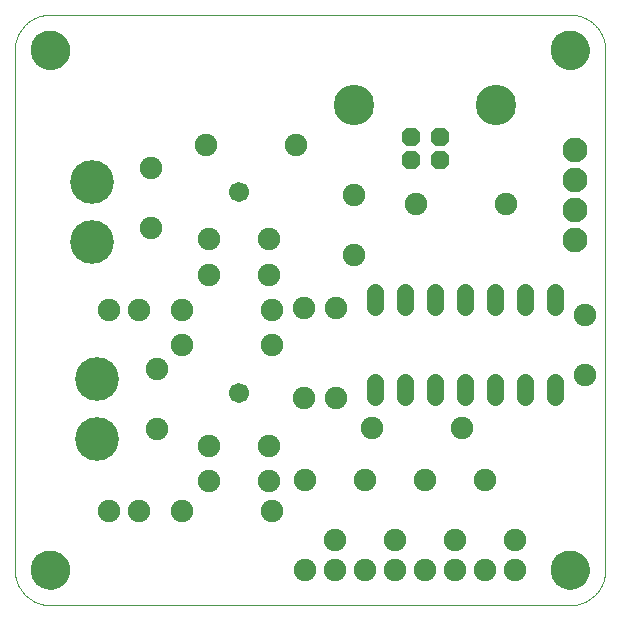
<source format=gbs>
G75*
%MOIN*%
%OFA0B0*%
%FSLAX25Y25*%
%IPPOS*%
%LPD*%
%AMOC8*
5,1,8,0,0,1.08239X$1,22.5*
%
%ADD10C,0.00000*%
%ADD11C,0.12998*%
%ADD12C,0.07487*%
%ADD13C,0.05600*%
%ADD14OC8,0.06140*%
%ADD15C,0.13455*%
%ADD16C,0.08274*%
%ADD17C,0.06699*%
%ADD18C,0.14573*%
D10*
X0015764Y0017535D02*
X0015764Y0190764D01*
X0021276Y0190764D02*
X0021278Y0190922D01*
X0021284Y0191080D01*
X0021294Y0191238D01*
X0021308Y0191396D01*
X0021326Y0191553D01*
X0021347Y0191710D01*
X0021373Y0191866D01*
X0021403Y0192022D01*
X0021436Y0192177D01*
X0021474Y0192330D01*
X0021515Y0192483D01*
X0021560Y0192635D01*
X0021609Y0192786D01*
X0021662Y0192935D01*
X0021718Y0193083D01*
X0021778Y0193229D01*
X0021842Y0193374D01*
X0021910Y0193517D01*
X0021981Y0193659D01*
X0022055Y0193799D01*
X0022133Y0193936D01*
X0022215Y0194072D01*
X0022299Y0194206D01*
X0022388Y0194337D01*
X0022479Y0194466D01*
X0022574Y0194593D01*
X0022671Y0194718D01*
X0022772Y0194840D01*
X0022876Y0194959D01*
X0022983Y0195076D01*
X0023093Y0195190D01*
X0023206Y0195301D01*
X0023321Y0195410D01*
X0023439Y0195515D01*
X0023560Y0195617D01*
X0023683Y0195717D01*
X0023809Y0195813D01*
X0023937Y0195906D01*
X0024067Y0195996D01*
X0024200Y0196082D01*
X0024335Y0196166D01*
X0024471Y0196245D01*
X0024610Y0196322D01*
X0024751Y0196394D01*
X0024893Y0196464D01*
X0025037Y0196529D01*
X0025183Y0196591D01*
X0025330Y0196649D01*
X0025479Y0196704D01*
X0025629Y0196755D01*
X0025780Y0196802D01*
X0025932Y0196845D01*
X0026085Y0196884D01*
X0026240Y0196920D01*
X0026395Y0196951D01*
X0026551Y0196979D01*
X0026707Y0197003D01*
X0026864Y0197023D01*
X0027022Y0197039D01*
X0027179Y0197051D01*
X0027338Y0197059D01*
X0027496Y0197063D01*
X0027654Y0197063D01*
X0027812Y0197059D01*
X0027971Y0197051D01*
X0028128Y0197039D01*
X0028286Y0197023D01*
X0028443Y0197003D01*
X0028599Y0196979D01*
X0028755Y0196951D01*
X0028910Y0196920D01*
X0029065Y0196884D01*
X0029218Y0196845D01*
X0029370Y0196802D01*
X0029521Y0196755D01*
X0029671Y0196704D01*
X0029820Y0196649D01*
X0029967Y0196591D01*
X0030113Y0196529D01*
X0030257Y0196464D01*
X0030399Y0196394D01*
X0030540Y0196322D01*
X0030679Y0196245D01*
X0030815Y0196166D01*
X0030950Y0196082D01*
X0031083Y0195996D01*
X0031213Y0195906D01*
X0031341Y0195813D01*
X0031467Y0195717D01*
X0031590Y0195617D01*
X0031711Y0195515D01*
X0031829Y0195410D01*
X0031944Y0195301D01*
X0032057Y0195190D01*
X0032167Y0195076D01*
X0032274Y0194959D01*
X0032378Y0194840D01*
X0032479Y0194718D01*
X0032576Y0194593D01*
X0032671Y0194466D01*
X0032762Y0194337D01*
X0032851Y0194206D01*
X0032935Y0194072D01*
X0033017Y0193936D01*
X0033095Y0193799D01*
X0033169Y0193659D01*
X0033240Y0193517D01*
X0033308Y0193374D01*
X0033372Y0193229D01*
X0033432Y0193083D01*
X0033488Y0192935D01*
X0033541Y0192786D01*
X0033590Y0192635D01*
X0033635Y0192483D01*
X0033676Y0192330D01*
X0033714Y0192177D01*
X0033747Y0192022D01*
X0033777Y0191866D01*
X0033803Y0191710D01*
X0033824Y0191553D01*
X0033842Y0191396D01*
X0033856Y0191238D01*
X0033866Y0191080D01*
X0033872Y0190922D01*
X0033874Y0190764D01*
X0033872Y0190606D01*
X0033866Y0190448D01*
X0033856Y0190290D01*
X0033842Y0190132D01*
X0033824Y0189975D01*
X0033803Y0189818D01*
X0033777Y0189662D01*
X0033747Y0189506D01*
X0033714Y0189351D01*
X0033676Y0189198D01*
X0033635Y0189045D01*
X0033590Y0188893D01*
X0033541Y0188742D01*
X0033488Y0188593D01*
X0033432Y0188445D01*
X0033372Y0188299D01*
X0033308Y0188154D01*
X0033240Y0188011D01*
X0033169Y0187869D01*
X0033095Y0187729D01*
X0033017Y0187592D01*
X0032935Y0187456D01*
X0032851Y0187322D01*
X0032762Y0187191D01*
X0032671Y0187062D01*
X0032576Y0186935D01*
X0032479Y0186810D01*
X0032378Y0186688D01*
X0032274Y0186569D01*
X0032167Y0186452D01*
X0032057Y0186338D01*
X0031944Y0186227D01*
X0031829Y0186118D01*
X0031711Y0186013D01*
X0031590Y0185911D01*
X0031467Y0185811D01*
X0031341Y0185715D01*
X0031213Y0185622D01*
X0031083Y0185532D01*
X0030950Y0185446D01*
X0030815Y0185362D01*
X0030679Y0185283D01*
X0030540Y0185206D01*
X0030399Y0185134D01*
X0030257Y0185064D01*
X0030113Y0184999D01*
X0029967Y0184937D01*
X0029820Y0184879D01*
X0029671Y0184824D01*
X0029521Y0184773D01*
X0029370Y0184726D01*
X0029218Y0184683D01*
X0029065Y0184644D01*
X0028910Y0184608D01*
X0028755Y0184577D01*
X0028599Y0184549D01*
X0028443Y0184525D01*
X0028286Y0184505D01*
X0028128Y0184489D01*
X0027971Y0184477D01*
X0027812Y0184469D01*
X0027654Y0184465D01*
X0027496Y0184465D01*
X0027338Y0184469D01*
X0027179Y0184477D01*
X0027022Y0184489D01*
X0026864Y0184505D01*
X0026707Y0184525D01*
X0026551Y0184549D01*
X0026395Y0184577D01*
X0026240Y0184608D01*
X0026085Y0184644D01*
X0025932Y0184683D01*
X0025780Y0184726D01*
X0025629Y0184773D01*
X0025479Y0184824D01*
X0025330Y0184879D01*
X0025183Y0184937D01*
X0025037Y0184999D01*
X0024893Y0185064D01*
X0024751Y0185134D01*
X0024610Y0185206D01*
X0024471Y0185283D01*
X0024335Y0185362D01*
X0024200Y0185446D01*
X0024067Y0185532D01*
X0023937Y0185622D01*
X0023809Y0185715D01*
X0023683Y0185811D01*
X0023560Y0185911D01*
X0023439Y0186013D01*
X0023321Y0186118D01*
X0023206Y0186227D01*
X0023093Y0186338D01*
X0022983Y0186452D01*
X0022876Y0186569D01*
X0022772Y0186688D01*
X0022671Y0186810D01*
X0022574Y0186935D01*
X0022479Y0187062D01*
X0022388Y0187191D01*
X0022299Y0187322D01*
X0022215Y0187456D01*
X0022133Y0187592D01*
X0022055Y0187729D01*
X0021981Y0187869D01*
X0021910Y0188011D01*
X0021842Y0188154D01*
X0021778Y0188299D01*
X0021718Y0188445D01*
X0021662Y0188593D01*
X0021609Y0188742D01*
X0021560Y0188893D01*
X0021515Y0189045D01*
X0021474Y0189198D01*
X0021436Y0189351D01*
X0021403Y0189506D01*
X0021373Y0189662D01*
X0021347Y0189818D01*
X0021326Y0189975D01*
X0021308Y0190132D01*
X0021294Y0190290D01*
X0021284Y0190448D01*
X0021278Y0190606D01*
X0021276Y0190764D01*
X0015764Y0190764D02*
X0015767Y0191049D01*
X0015778Y0191335D01*
X0015795Y0191620D01*
X0015819Y0191904D01*
X0015850Y0192188D01*
X0015888Y0192471D01*
X0015933Y0192752D01*
X0015984Y0193033D01*
X0016042Y0193313D01*
X0016107Y0193591D01*
X0016179Y0193867D01*
X0016257Y0194141D01*
X0016342Y0194414D01*
X0016434Y0194684D01*
X0016532Y0194952D01*
X0016636Y0195218D01*
X0016747Y0195481D01*
X0016864Y0195741D01*
X0016987Y0195999D01*
X0017117Y0196253D01*
X0017253Y0196504D01*
X0017394Y0196752D01*
X0017542Y0196996D01*
X0017695Y0197237D01*
X0017855Y0197473D01*
X0018020Y0197706D01*
X0018190Y0197935D01*
X0018366Y0198160D01*
X0018548Y0198380D01*
X0018734Y0198596D01*
X0018926Y0198807D01*
X0019123Y0199014D01*
X0019325Y0199216D01*
X0019532Y0199413D01*
X0019743Y0199605D01*
X0019959Y0199791D01*
X0020179Y0199973D01*
X0020404Y0200149D01*
X0020633Y0200319D01*
X0020866Y0200484D01*
X0021102Y0200644D01*
X0021343Y0200797D01*
X0021587Y0200945D01*
X0021835Y0201086D01*
X0022086Y0201222D01*
X0022340Y0201352D01*
X0022598Y0201475D01*
X0022858Y0201592D01*
X0023121Y0201703D01*
X0023387Y0201807D01*
X0023655Y0201905D01*
X0023925Y0201997D01*
X0024198Y0202082D01*
X0024472Y0202160D01*
X0024748Y0202232D01*
X0025026Y0202297D01*
X0025306Y0202355D01*
X0025587Y0202406D01*
X0025868Y0202451D01*
X0026151Y0202489D01*
X0026435Y0202520D01*
X0026719Y0202544D01*
X0027004Y0202561D01*
X0027290Y0202572D01*
X0027575Y0202575D01*
X0200803Y0202575D01*
X0194504Y0190764D02*
X0194506Y0190922D01*
X0194512Y0191080D01*
X0194522Y0191238D01*
X0194536Y0191396D01*
X0194554Y0191553D01*
X0194575Y0191710D01*
X0194601Y0191866D01*
X0194631Y0192022D01*
X0194664Y0192177D01*
X0194702Y0192330D01*
X0194743Y0192483D01*
X0194788Y0192635D01*
X0194837Y0192786D01*
X0194890Y0192935D01*
X0194946Y0193083D01*
X0195006Y0193229D01*
X0195070Y0193374D01*
X0195138Y0193517D01*
X0195209Y0193659D01*
X0195283Y0193799D01*
X0195361Y0193936D01*
X0195443Y0194072D01*
X0195527Y0194206D01*
X0195616Y0194337D01*
X0195707Y0194466D01*
X0195802Y0194593D01*
X0195899Y0194718D01*
X0196000Y0194840D01*
X0196104Y0194959D01*
X0196211Y0195076D01*
X0196321Y0195190D01*
X0196434Y0195301D01*
X0196549Y0195410D01*
X0196667Y0195515D01*
X0196788Y0195617D01*
X0196911Y0195717D01*
X0197037Y0195813D01*
X0197165Y0195906D01*
X0197295Y0195996D01*
X0197428Y0196082D01*
X0197563Y0196166D01*
X0197699Y0196245D01*
X0197838Y0196322D01*
X0197979Y0196394D01*
X0198121Y0196464D01*
X0198265Y0196529D01*
X0198411Y0196591D01*
X0198558Y0196649D01*
X0198707Y0196704D01*
X0198857Y0196755D01*
X0199008Y0196802D01*
X0199160Y0196845D01*
X0199313Y0196884D01*
X0199468Y0196920D01*
X0199623Y0196951D01*
X0199779Y0196979D01*
X0199935Y0197003D01*
X0200092Y0197023D01*
X0200250Y0197039D01*
X0200407Y0197051D01*
X0200566Y0197059D01*
X0200724Y0197063D01*
X0200882Y0197063D01*
X0201040Y0197059D01*
X0201199Y0197051D01*
X0201356Y0197039D01*
X0201514Y0197023D01*
X0201671Y0197003D01*
X0201827Y0196979D01*
X0201983Y0196951D01*
X0202138Y0196920D01*
X0202293Y0196884D01*
X0202446Y0196845D01*
X0202598Y0196802D01*
X0202749Y0196755D01*
X0202899Y0196704D01*
X0203048Y0196649D01*
X0203195Y0196591D01*
X0203341Y0196529D01*
X0203485Y0196464D01*
X0203627Y0196394D01*
X0203768Y0196322D01*
X0203907Y0196245D01*
X0204043Y0196166D01*
X0204178Y0196082D01*
X0204311Y0195996D01*
X0204441Y0195906D01*
X0204569Y0195813D01*
X0204695Y0195717D01*
X0204818Y0195617D01*
X0204939Y0195515D01*
X0205057Y0195410D01*
X0205172Y0195301D01*
X0205285Y0195190D01*
X0205395Y0195076D01*
X0205502Y0194959D01*
X0205606Y0194840D01*
X0205707Y0194718D01*
X0205804Y0194593D01*
X0205899Y0194466D01*
X0205990Y0194337D01*
X0206079Y0194206D01*
X0206163Y0194072D01*
X0206245Y0193936D01*
X0206323Y0193799D01*
X0206397Y0193659D01*
X0206468Y0193517D01*
X0206536Y0193374D01*
X0206600Y0193229D01*
X0206660Y0193083D01*
X0206716Y0192935D01*
X0206769Y0192786D01*
X0206818Y0192635D01*
X0206863Y0192483D01*
X0206904Y0192330D01*
X0206942Y0192177D01*
X0206975Y0192022D01*
X0207005Y0191866D01*
X0207031Y0191710D01*
X0207052Y0191553D01*
X0207070Y0191396D01*
X0207084Y0191238D01*
X0207094Y0191080D01*
X0207100Y0190922D01*
X0207102Y0190764D01*
X0207100Y0190606D01*
X0207094Y0190448D01*
X0207084Y0190290D01*
X0207070Y0190132D01*
X0207052Y0189975D01*
X0207031Y0189818D01*
X0207005Y0189662D01*
X0206975Y0189506D01*
X0206942Y0189351D01*
X0206904Y0189198D01*
X0206863Y0189045D01*
X0206818Y0188893D01*
X0206769Y0188742D01*
X0206716Y0188593D01*
X0206660Y0188445D01*
X0206600Y0188299D01*
X0206536Y0188154D01*
X0206468Y0188011D01*
X0206397Y0187869D01*
X0206323Y0187729D01*
X0206245Y0187592D01*
X0206163Y0187456D01*
X0206079Y0187322D01*
X0205990Y0187191D01*
X0205899Y0187062D01*
X0205804Y0186935D01*
X0205707Y0186810D01*
X0205606Y0186688D01*
X0205502Y0186569D01*
X0205395Y0186452D01*
X0205285Y0186338D01*
X0205172Y0186227D01*
X0205057Y0186118D01*
X0204939Y0186013D01*
X0204818Y0185911D01*
X0204695Y0185811D01*
X0204569Y0185715D01*
X0204441Y0185622D01*
X0204311Y0185532D01*
X0204178Y0185446D01*
X0204043Y0185362D01*
X0203907Y0185283D01*
X0203768Y0185206D01*
X0203627Y0185134D01*
X0203485Y0185064D01*
X0203341Y0184999D01*
X0203195Y0184937D01*
X0203048Y0184879D01*
X0202899Y0184824D01*
X0202749Y0184773D01*
X0202598Y0184726D01*
X0202446Y0184683D01*
X0202293Y0184644D01*
X0202138Y0184608D01*
X0201983Y0184577D01*
X0201827Y0184549D01*
X0201671Y0184525D01*
X0201514Y0184505D01*
X0201356Y0184489D01*
X0201199Y0184477D01*
X0201040Y0184469D01*
X0200882Y0184465D01*
X0200724Y0184465D01*
X0200566Y0184469D01*
X0200407Y0184477D01*
X0200250Y0184489D01*
X0200092Y0184505D01*
X0199935Y0184525D01*
X0199779Y0184549D01*
X0199623Y0184577D01*
X0199468Y0184608D01*
X0199313Y0184644D01*
X0199160Y0184683D01*
X0199008Y0184726D01*
X0198857Y0184773D01*
X0198707Y0184824D01*
X0198558Y0184879D01*
X0198411Y0184937D01*
X0198265Y0184999D01*
X0198121Y0185064D01*
X0197979Y0185134D01*
X0197838Y0185206D01*
X0197699Y0185283D01*
X0197563Y0185362D01*
X0197428Y0185446D01*
X0197295Y0185532D01*
X0197165Y0185622D01*
X0197037Y0185715D01*
X0196911Y0185811D01*
X0196788Y0185911D01*
X0196667Y0186013D01*
X0196549Y0186118D01*
X0196434Y0186227D01*
X0196321Y0186338D01*
X0196211Y0186452D01*
X0196104Y0186569D01*
X0196000Y0186688D01*
X0195899Y0186810D01*
X0195802Y0186935D01*
X0195707Y0187062D01*
X0195616Y0187191D01*
X0195527Y0187322D01*
X0195443Y0187456D01*
X0195361Y0187592D01*
X0195283Y0187729D01*
X0195209Y0187869D01*
X0195138Y0188011D01*
X0195070Y0188154D01*
X0195006Y0188299D01*
X0194946Y0188445D01*
X0194890Y0188593D01*
X0194837Y0188742D01*
X0194788Y0188893D01*
X0194743Y0189045D01*
X0194702Y0189198D01*
X0194664Y0189351D01*
X0194631Y0189506D01*
X0194601Y0189662D01*
X0194575Y0189818D01*
X0194554Y0189975D01*
X0194536Y0190132D01*
X0194522Y0190290D01*
X0194512Y0190448D01*
X0194506Y0190606D01*
X0194504Y0190764D01*
X0200803Y0202575D02*
X0201088Y0202572D01*
X0201374Y0202561D01*
X0201659Y0202544D01*
X0201943Y0202520D01*
X0202227Y0202489D01*
X0202510Y0202451D01*
X0202791Y0202406D01*
X0203072Y0202355D01*
X0203352Y0202297D01*
X0203630Y0202232D01*
X0203906Y0202160D01*
X0204180Y0202082D01*
X0204453Y0201997D01*
X0204723Y0201905D01*
X0204991Y0201807D01*
X0205257Y0201703D01*
X0205520Y0201592D01*
X0205780Y0201475D01*
X0206038Y0201352D01*
X0206292Y0201222D01*
X0206543Y0201086D01*
X0206791Y0200945D01*
X0207035Y0200797D01*
X0207276Y0200644D01*
X0207512Y0200484D01*
X0207745Y0200319D01*
X0207974Y0200149D01*
X0208199Y0199973D01*
X0208419Y0199791D01*
X0208635Y0199605D01*
X0208846Y0199413D01*
X0209053Y0199216D01*
X0209255Y0199014D01*
X0209452Y0198807D01*
X0209644Y0198596D01*
X0209830Y0198380D01*
X0210012Y0198160D01*
X0210188Y0197935D01*
X0210358Y0197706D01*
X0210523Y0197473D01*
X0210683Y0197237D01*
X0210836Y0196996D01*
X0210984Y0196752D01*
X0211125Y0196504D01*
X0211261Y0196253D01*
X0211391Y0195999D01*
X0211514Y0195741D01*
X0211631Y0195481D01*
X0211742Y0195218D01*
X0211846Y0194952D01*
X0211944Y0194684D01*
X0212036Y0194414D01*
X0212121Y0194141D01*
X0212199Y0193867D01*
X0212271Y0193591D01*
X0212336Y0193313D01*
X0212394Y0193033D01*
X0212445Y0192752D01*
X0212490Y0192471D01*
X0212528Y0192188D01*
X0212559Y0191904D01*
X0212583Y0191620D01*
X0212600Y0191335D01*
X0212611Y0191049D01*
X0212614Y0190764D01*
X0212614Y0017535D01*
X0194504Y0017535D02*
X0194506Y0017693D01*
X0194512Y0017851D01*
X0194522Y0018009D01*
X0194536Y0018167D01*
X0194554Y0018324D01*
X0194575Y0018481D01*
X0194601Y0018637D01*
X0194631Y0018793D01*
X0194664Y0018948D01*
X0194702Y0019101D01*
X0194743Y0019254D01*
X0194788Y0019406D01*
X0194837Y0019557D01*
X0194890Y0019706D01*
X0194946Y0019854D01*
X0195006Y0020000D01*
X0195070Y0020145D01*
X0195138Y0020288D01*
X0195209Y0020430D01*
X0195283Y0020570D01*
X0195361Y0020707D01*
X0195443Y0020843D01*
X0195527Y0020977D01*
X0195616Y0021108D01*
X0195707Y0021237D01*
X0195802Y0021364D01*
X0195899Y0021489D01*
X0196000Y0021611D01*
X0196104Y0021730D01*
X0196211Y0021847D01*
X0196321Y0021961D01*
X0196434Y0022072D01*
X0196549Y0022181D01*
X0196667Y0022286D01*
X0196788Y0022388D01*
X0196911Y0022488D01*
X0197037Y0022584D01*
X0197165Y0022677D01*
X0197295Y0022767D01*
X0197428Y0022853D01*
X0197563Y0022937D01*
X0197699Y0023016D01*
X0197838Y0023093D01*
X0197979Y0023165D01*
X0198121Y0023235D01*
X0198265Y0023300D01*
X0198411Y0023362D01*
X0198558Y0023420D01*
X0198707Y0023475D01*
X0198857Y0023526D01*
X0199008Y0023573D01*
X0199160Y0023616D01*
X0199313Y0023655D01*
X0199468Y0023691D01*
X0199623Y0023722D01*
X0199779Y0023750D01*
X0199935Y0023774D01*
X0200092Y0023794D01*
X0200250Y0023810D01*
X0200407Y0023822D01*
X0200566Y0023830D01*
X0200724Y0023834D01*
X0200882Y0023834D01*
X0201040Y0023830D01*
X0201199Y0023822D01*
X0201356Y0023810D01*
X0201514Y0023794D01*
X0201671Y0023774D01*
X0201827Y0023750D01*
X0201983Y0023722D01*
X0202138Y0023691D01*
X0202293Y0023655D01*
X0202446Y0023616D01*
X0202598Y0023573D01*
X0202749Y0023526D01*
X0202899Y0023475D01*
X0203048Y0023420D01*
X0203195Y0023362D01*
X0203341Y0023300D01*
X0203485Y0023235D01*
X0203627Y0023165D01*
X0203768Y0023093D01*
X0203907Y0023016D01*
X0204043Y0022937D01*
X0204178Y0022853D01*
X0204311Y0022767D01*
X0204441Y0022677D01*
X0204569Y0022584D01*
X0204695Y0022488D01*
X0204818Y0022388D01*
X0204939Y0022286D01*
X0205057Y0022181D01*
X0205172Y0022072D01*
X0205285Y0021961D01*
X0205395Y0021847D01*
X0205502Y0021730D01*
X0205606Y0021611D01*
X0205707Y0021489D01*
X0205804Y0021364D01*
X0205899Y0021237D01*
X0205990Y0021108D01*
X0206079Y0020977D01*
X0206163Y0020843D01*
X0206245Y0020707D01*
X0206323Y0020570D01*
X0206397Y0020430D01*
X0206468Y0020288D01*
X0206536Y0020145D01*
X0206600Y0020000D01*
X0206660Y0019854D01*
X0206716Y0019706D01*
X0206769Y0019557D01*
X0206818Y0019406D01*
X0206863Y0019254D01*
X0206904Y0019101D01*
X0206942Y0018948D01*
X0206975Y0018793D01*
X0207005Y0018637D01*
X0207031Y0018481D01*
X0207052Y0018324D01*
X0207070Y0018167D01*
X0207084Y0018009D01*
X0207094Y0017851D01*
X0207100Y0017693D01*
X0207102Y0017535D01*
X0207100Y0017377D01*
X0207094Y0017219D01*
X0207084Y0017061D01*
X0207070Y0016903D01*
X0207052Y0016746D01*
X0207031Y0016589D01*
X0207005Y0016433D01*
X0206975Y0016277D01*
X0206942Y0016122D01*
X0206904Y0015969D01*
X0206863Y0015816D01*
X0206818Y0015664D01*
X0206769Y0015513D01*
X0206716Y0015364D01*
X0206660Y0015216D01*
X0206600Y0015070D01*
X0206536Y0014925D01*
X0206468Y0014782D01*
X0206397Y0014640D01*
X0206323Y0014500D01*
X0206245Y0014363D01*
X0206163Y0014227D01*
X0206079Y0014093D01*
X0205990Y0013962D01*
X0205899Y0013833D01*
X0205804Y0013706D01*
X0205707Y0013581D01*
X0205606Y0013459D01*
X0205502Y0013340D01*
X0205395Y0013223D01*
X0205285Y0013109D01*
X0205172Y0012998D01*
X0205057Y0012889D01*
X0204939Y0012784D01*
X0204818Y0012682D01*
X0204695Y0012582D01*
X0204569Y0012486D01*
X0204441Y0012393D01*
X0204311Y0012303D01*
X0204178Y0012217D01*
X0204043Y0012133D01*
X0203907Y0012054D01*
X0203768Y0011977D01*
X0203627Y0011905D01*
X0203485Y0011835D01*
X0203341Y0011770D01*
X0203195Y0011708D01*
X0203048Y0011650D01*
X0202899Y0011595D01*
X0202749Y0011544D01*
X0202598Y0011497D01*
X0202446Y0011454D01*
X0202293Y0011415D01*
X0202138Y0011379D01*
X0201983Y0011348D01*
X0201827Y0011320D01*
X0201671Y0011296D01*
X0201514Y0011276D01*
X0201356Y0011260D01*
X0201199Y0011248D01*
X0201040Y0011240D01*
X0200882Y0011236D01*
X0200724Y0011236D01*
X0200566Y0011240D01*
X0200407Y0011248D01*
X0200250Y0011260D01*
X0200092Y0011276D01*
X0199935Y0011296D01*
X0199779Y0011320D01*
X0199623Y0011348D01*
X0199468Y0011379D01*
X0199313Y0011415D01*
X0199160Y0011454D01*
X0199008Y0011497D01*
X0198857Y0011544D01*
X0198707Y0011595D01*
X0198558Y0011650D01*
X0198411Y0011708D01*
X0198265Y0011770D01*
X0198121Y0011835D01*
X0197979Y0011905D01*
X0197838Y0011977D01*
X0197699Y0012054D01*
X0197563Y0012133D01*
X0197428Y0012217D01*
X0197295Y0012303D01*
X0197165Y0012393D01*
X0197037Y0012486D01*
X0196911Y0012582D01*
X0196788Y0012682D01*
X0196667Y0012784D01*
X0196549Y0012889D01*
X0196434Y0012998D01*
X0196321Y0013109D01*
X0196211Y0013223D01*
X0196104Y0013340D01*
X0196000Y0013459D01*
X0195899Y0013581D01*
X0195802Y0013706D01*
X0195707Y0013833D01*
X0195616Y0013962D01*
X0195527Y0014093D01*
X0195443Y0014227D01*
X0195361Y0014363D01*
X0195283Y0014500D01*
X0195209Y0014640D01*
X0195138Y0014782D01*
X0195070Y0014925D01*
X0195006Y0015070D01*
X0194946Y0015216D01*
X0194890Y0015364D01*
X0194837Y0015513D01*
X0194788Y0015664D01*
X0194743Y0015816D01*
X0194702Y0015969D01*
X0194664Y0016122D01*
X0194631Y0016277D01*
X0194601Y0016433D01*
X0194575Y0016589D01*
X0194554Y0016746D01*
X0194536Y0016903D01*
X0194522Y0017061D01*
X0194512Y0017219D01*
X0194506Y0017377D01*
X0194504Y0017535D01*
X0200803Y0005724D02*
X0201088Y0005727D01*
X0201374Y0005738D01*
X0201659Y0005755D01*
X0201943Y0005779D01*
X0202227Y0005810D01*
X0202510Y0005848D01*
X0202791Y0005893D01*
X0203072Y0005944D01*
X0203352Y0006002D01*
X0203630Y0006067D01*
X0203906Y0006139D01*
X0204180Y0006217D01*
X0204453Y0006302D01*
X0204723Y0006394D01*
X0204991Y0006492D01*
X0205257Y0006596D01*
X0205520Y0006707D01*
X0205780Y0006824D01*
X0206038Y0006947D01*
X0206292Y0007077D01*
X0206543Y0007213D01*
X0206791Y0007354D01*
X0207035Y0007502D01*
X0207276Y0007655D01*
X0207512Y0007815D01*
X0207745Y0007980D01*
X0207974Y0008150D01*
X0208199Y0008326D01*
X0208419Y0008508D01*
X0208635Y0008694D01*
X0208846Y0008886D01*
X0209053Y0009083D01*
X0209255Y0009285D01*
X0209452Y0009492D01*
X0209644Y0009703D01*
X0209830Y0009919D01*
X0210012Y0010139D01*
X0210188Y0010364D01*
X0210358Y0010593D01*
X0210523Y0010826D01*
X0210683Y0011062D01*
X0210836Y0011303D01*
X0210984Y0011547D01*
X0211125Y0011795D01*
X0211261Y0012046D01*
X0211391Y0012300D01*
X0211514Y0012558D01*
X0211631Y0012818D01*
X0211742Y0013081D01*
X0211846Y0013347D01*
X0211944Y0013615D01*
X0212036Y0013885D01*
X0212121Y0014158D01*
X0212199Y0014432D01*
X0212271Y0014708D01*
X0212336Y0014986D01*
X0212394Y0015266D01*
X0212445Y0015547D01*
X0212490Y0015828D01*
X0212528Y0016111D01*
X0212559Y0016395D01*
X0212583Y0016679D01*
X0212600Y0016964D01*
X0212611Y0017250D01*
X0212614Y0017535D01*
X0200803Y0005724D02*
X0027575Y0005724D01*
X0021276Y0017535D02*
X0021278Y0017693D01*
X0021284Y0017851D01*
X0021294Y0018009D01*
X0021308Y0018167D01*
X0021326Y0018324D01*
X0021347Y0018481D01*
X0021373Y0018637D01*
X0021403Y0018793D01*
X0021436Y0018948D01*
X0021474Y0019101D01*
X0021515Y0019254D01*
X0021560Y0019406D01*
X0021609Y0019557D01*
X0021662Y0019706D01*
X0021718Y0019854D01*
X0021778Y0020000D01*
X0021842Y0020145D01*
X0021910Y0020288D01*
X0021981Y0020430D01*
X0022055Y0020570D01*
X0022133Y0020707D01*
X0022215Y0020843D01*
X0022299Y0020977D01*
X0022388Y0021108D01*
X0022479Y0021237D01*
X0022574Y0021364D01*
X0022671Y0021489D01*
X0022772Y0021611D01*
X0022876Y0021730D01*
X0022983Y0021847D01*
X0023093Y0021961D01*
X0023206Y0022072D01*
X0023321Y0022181D01*
X0023439Y0022286D01*
X0023560Y0022388D01*
X0023683Y0022488D01*
X0023809Y0022584D01*
X0023937Y0022677D01*
X0024067Y0022767D01*
X0024200Y0022853D01*
X0024335Y0022937D01*
X0024471Y0023016D01*
X0024610Y0023093D01*
X0024751Y0023165D01*
X0024893Y0023235D01*
X0025037Y0023300D01*
X0025183Y0023362D01*
X0025330Y0023420D01*
X0025479Y0023475D01*
X0025629Y0023526D01*
X0025780Y0023573D01*
X0025932Y0023616D01*
X0026085Y0023655D01*
X0026240Y0023691D01*
X0026395Y0023722D01*
X0026551Y0023750D01*
X0026707Y0023774D01*
X0026864Y0023794D01*
X0027022Y0023810D01*
X0027179Y0023822D01*
X0027338Y0023830D01*
X0027496Y0023834D01*
X0027654Y0023834D01*
X0027812Y0023830D01*
X0027971Y0023822D01*
X0028128Y0023810D01*
X0028286Y0023794D01*
X0028443Y0023774D01*
X0028599Y0023750D01*
X0028755Y0023722D01*
X0028910Y0023691D01*
X0029065Y0023655D01*
X0029218Y0023616D01*
X0029370Y0023573D01*
X0029521Y0023526D01*
X0029671Y0023475D01*
X0029820Y0023420D01*
X0029967Y0023362D01*
X0030113Y0023300D01*
X0030257Y0023235D01*
X0030399Y0023165D01*
X0030540Y0023093D01*
X0030679Y0023016D01*
X0030815Y0022937D01*
X0030950Y0022853D01*
X0031083Y0022767D01*
X0031213Y0022677D01*
X0031341Y0022584D01*
X0031467Y0022488D01*
X0031590Y0022388D01*
X0031711Y0022286D01*
X0031829Y0022181D01*
X0031944Y0022072D01*
X0032057Y0021961D01*
X0032167Y0021847D01*
X0032274Y0021730D01*
X0032378Y0021611D01*
X0032479Y0021489D01*
X0032576Y0021364D01*
X0032671Y0021237D01*
X0032762Y0021108D01*
X0032851Y0020977D01*
X0032935Y0020843D01*
X0033017Y0020707D01*
X0033095Y0020570D01*
X0033169Y0020430D01*
X0033240Y0020288D01*
X0033308Y0020145D01*
X0033372Y0020000D01*
X0033432Y0019854D01*
X0033488Y0019706D01*
X0033541Y0019557D01*
X0033590Y0019406D01*
X0033635Y0019254D01*
X0033676Y0019101D01*
X0033714Y0018948D01*
X0033747Y0018793D01*
X0033777Y0018637D01*
X0033803Y0018481D01*
X0033824Y0018324D01*
X0033842Y0018167D01*
X0033856Y0018009D01*
X0033866Y0017851D01*
X0033872Y0017693D01*
X0033874Y0017535D01*
X0033872Y0017377D01*
X0033866Y0017219D01*
X0033856Y0017061D01*
X0033842Y0016903D01*
X0033824Y0016746D01*
X0033803Y0016589D01*
X0033777Y0016433D01*
X0033747Y0016277D01*
X0033714Y0016122D01*
X0033676Y0015969D01*
X0033635Y0015816D01*
X0033590Y0015664D01*
X0033541Y0015513D01*
X0033488Y0015364D01*
X0033432Y0015216D01*
X0033372Y0015070D01*
X0033308Y0014925D01*
X0033240Y0014782D01*
X0033169Y0014640D01*
X0033095Y0014500D01*
X0033017Y0014363D01*
X0032935Y0014227D01*
X0032851Y0014093D01*
X0032762Y0013962D01*
X0032671Y0013833D01*
X0032576Y0013706D01*
X0032479Y0013581D01*
X0032378Y0013459D01*
X0032274Y0013340D01*
X0032167Y0013223D01*
X0032057Y0013109D01*
X0031944Y0012998D01*
X0031829Y0012889D01*
X0031711Y0012784D01*
X0031590Y0012682D01*
X0031467Y0012582D01*
X0031341Y0012486D01*
X0031213Y0012393D01*
X0031083Y0012303D01*
X0030950Y0012217D01*
X0030815Y0012133D01*
X0030679Y0012054D01*
X0030540Y0011977D01*
X0030399Y0011905D01*
X0030257Y0011835D01*
X0030113Y0011770D01*
X0029967Y0011708D01*
X0029820Y0011650D01*
X0029671Y0011595D01*
X0029521Y0011544D01*
X0029370Y0011497D01*
X0029218Y0011454D01*
X0029065Y0011415D01*
X0028910Y0011379D01*
X0028755Y0011348D01*
X0028599Y0011320D01*
X0028443Y0011296D01*
X0028286Y0011276D01*
X0028128Y0011260D01*
X0027971Y0011248D01*
X0027812Y0011240D01*
X0027654Y0011236D01*
X0027496Y0011236D01*
X0027338Y0011240D01*
X0027179Y0011248D01*
X0027022Y0011260D01*
X0026864Y0011276D01*
X0026707Y0011296D01*
X0026551Y0011320D01*
X0026395Y0011348D01*
X0026240Y0011379D01*
X0026085Y0011415D01*
X0025932Y0011454D01*
X0025780Y0011497D01*
X0025629Y0011544D01*
X0025479Y0011595D01*
X0025330Y0011650D01*
X0025183Y0011708D01*
X0025037Y0011770D01*
X0024893Y0011835D01*
X0024751Y0011905D01*
X0024610Y0011977D01*
X0024471Y0012054D01*
X0024335Y0012133D01*
X0024200Y0012217D01*
X0024067Y0012303D01*
X0023937Y0012393D01*
X0023809Y0012486D01*
X0023683Y0012582D01*
X0023560Y0012682D01*
X0023439Y0012784D01*
X0023321Y0012889D01*
X0023206Y0012998D01*
X0023093Y0013109D01*
X0022983Y0013223D01*
X0022876Y0013340D01*
X0022772Y0013459D01*
X0022671Y0013581D01*
X0022574Y0013706D01*
X0022479Y0013833D01*
X0022388Y0013962D01*
X0022299Y0014093D01*
X0022215Y0014227D01*
X0022133Y0014363D01*
X0022055Y0014500D01*
X0021981Y0014640D01*
X0021910Y0014782D01*
X0021842Y0014925D01*
X0021778Y0015070D01*
X0021718Y0015216D01*
X0021662Y0015364D01*
X0021609Y0015513D01*
X0021560Y0015664D01*
X0021515Y0015816D01*
X0021474Y0015969D01*
X0021436Y0016122D01*
X0021403Y0016277D01*
X0021373Y0016433D01*
X0021347Y0016589D01*
X0021326Y0016746D01*
X0021308Y0016903D01*
X0021294Y0017061D01*
X0021284Y0017219D01*
X0021278Y0017377D01*
X0021276Y0017535D01*
X0015764Y0017535D02*
X0015767Y0017250D01*
X0015778Y0016964D01*
X0015795Y0016679D01*
X0015819Y0016395D01*
X0015850Y0016111D01*
X0015888Y0015828D01*
X0015933Y0015547D01*
X0015984Y0015266D01*
X0016042Y0014986D01*
X0016107Y0014708D01*
X0016179Y0014432D01*
X0016257Y0014158D01*
X0016342Y0013885D01*
X0016434Y0013615D01*
X0016532Y0013347D01*
X0016636Y0013081D01*
X0016747Y0012818D01*
X0016864Y0012558D01*
X0016987Y0012300D01*
X0017117Y0012046D01*
X0017253Y0011795D01*
X0017394Y0011547D01*
X0017542Y0011303D01*
X0017695Y0011062D01*
X0017855Y0010826D01*
X0018020Y0010593D01*
X0018190Y0010364D01*
X0018366Y0010139D01*
X0018548Y0009919D01*
X0018734Y0009703D01*
X0018926Y0009492D01*
X0019123Y0009285D01*
X0019325Y0009083D01*
X0019532Y0008886D01*
X0019743Y0008694D01*
X0019959Y0008508D01*
X0020179Y0008326D01*
X0020404Y0008150D01*
X0020633Y0007980D01*
X0020866Y0007815D01*
X0021102Y0007655D01*
X0021343Y0007502D01*
X0021587Y0007354D01*
X0021835Y0007213D01*
X0022086Y0007077D01*
X0022340Y0006947D01*
X0022598Y0006824D01*
X0022858Y0006707D01*
X0023121Y0006596D01*
X0023387Y0006492D01*
X0023655Y0006394D01*
X0023925Y0006302D01*
X0024198Y0006217D01*
X0024472Y0006139D01*
X0024748Y0006067D01*
X0025026Y0006002D01*
X0025306Y0005944D01*
X0025587Y0005893D01*
X0025868Y0005848D01*
X0026151Y0005810D01*
X0026435Y0005779D01*
X0026719Y0005755D01*
X0027004Y0005738D01*
X0027290Y0005727D01*
X0027575Y0005724D01*
D11*
X0027575Y0017535D03*
X0200803Y0017535D03*
X0200803Y0190764D03*
X0027575Y0190764D03*
D12*
X0061039Y0151551D03*
X0061039Y0131551D03*
X0080567Y0127772D03*
X0080567Y0115961D03*
X0071630Y0104150D03*
X0071630Y0092339D03*
X0063008Y0084622D03*
X0063008Y0064622D03*
X0080567Y0058874D03*
X0080567Y0047063D03*
X0071630Y0037220D03*
X0057260Y0037220D03*
X0047260Y0037220D03*
X0100567Y0047063D03*
X0101630Y0037220D03*
X0112614Y0047575D03*
X0100567Y0058874D03*
X0112201Y0074937D03*
X0122988Y0074937D03*
X0134976Y0064937D03*
X0132614Y0047575D03*
X0152614Y0047575D03*
X0164976Y0064937D03*
X0172614Y0047575D03*
X0162614Y0027575D03*
X0162614Y0017575D03*
X0152614Y0017575D03*
X0142614Y0017575D03*
X0142614Y0027575D03*
X0132614Y0017575D03*
X0122614Y0017575D03*
X0122614Y0027575D03*
X0112614Y0017575D03*
X0172614Y0017575D03*
X0182614Y0017575D03*
X0182614Y0027575D03*
X0205764Y0082575D03*
X0205764Y0102575D03*
X0179583Y0139543D03*
X0149583Y0139543D03*
X0128677Y0142575D03*
X0128677Y0122575D03*
X0122988Y0104937D03*
X0112201Y0104937D03*
X0101630Y0104150D03*
X0101630Y0092339D03*
X0100567Y0115961D03*
X0100567Y0127772D03*
X0109504Y0159268D03*
X0079504Y0159268D03*
X0057260Y0104150D03*
X0047260Y0104150D03*
D13*
X0135764Y0104975D02*
X0135764Y0110175D01*
X0145764Y0110175D02*
X0145764Y0104975D01*
X0155764Y0104975D02*
X0155764Y0110175D01*
X0165764Y0110175D02*
X0165764Y0104975D01*
X0175764Y0104975D02*
X0175764Y0110175D01*
X0185764Y0110175D02*
X0185764Y0104975D01*
X0195764Y0104975D02*
X0195764Y0110175D01*
X0195764Y0080175D02*
X0195764Y0074975D01*
X0185764Y0074975D02*
X0185764Y0080175D01*
X0175764Y0080175D02*
X0175764Y0074975D01*
X0165764Y0074975D02*
X0165764Y0080175D01*
X0155764Y0080175D02*
X0155764Y0074975D01*
X0145764Y0074975D02*
X0145764Y0080175D01*
X0135764Y0080175D02*
X0135764Y0074975D01*
D14*
X0147693Y0154031D03*
X0147693Y0161906D03*
X0157535Y0161906D03*
X0157535Y0154031D03*
D15*
X0176315Y0172575D03*
X0128913Y0172575D03*
D16*
X0202614Y0157575D03*
X0202614Y0147575D03*
X0202614Y0137575D03*
X0202614Y0127575D03*
D17*
X0090567Y0143520D03*
X0090567Y0076591D03*
D18*
X0043323Y0081079D03*
X0043323Y0061079D03*
X0041354Y0126827D03*
X0041354Y0146827D03*
M02*

</source>
